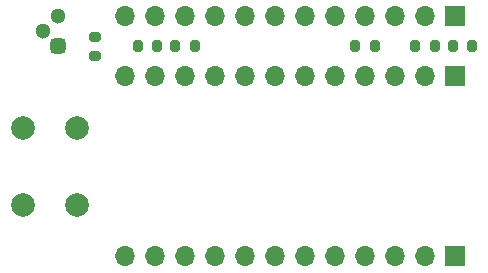
<source format=gbr>
%TF.GenerationSoftware,KiCad,Pcbnew,7.0.6*%
%TF.CreationDate,2023-10-13T00:14:17-07:00*%
%TF.ProjectId,SAL-FP_Keyboard-LogicBoard,53414c2d-4650-45f4-9b65-79626f617264,rev?*%
%TF.SameCoordinates,PXaf9e7f0PY6122b30*%
%TF.FileFunction,Soldermask,Bot*%
%TF.FilePolarity,Negative*%
%FSLAX46Y46*%
G04 Gerber Fmt 4.6, Leading zero omitted, Abs format (unit mm)*
G04 Created by KiCad (PCBNEW 7.0.6) date 2023-10-13 00:14:17*
%MOMM*%
%LPD*%
G01*
G04 APERTURE LIST*
G04 Aperture macros list*
%AMRoundRect*
0 Rectangle with rounded corners*
0 $1 Rounding radius*
0 $2 $3 $4 $5 $6 $7 $8 $9 X,Y pos of 4 corners*
0 Add a 4 corners polygon primitive as box body*
4,1,4,$2,$3,$4,$5,$6,$7,$8,$9,$2,$3,0*
0 Add four circle primitives for the rounded corners*
1,1,$1+$1,$2,$3*
1,1,$1+$1,$4,$5*
1,1,$1+$1,$6,$7*
1,1,$1+$1,$8,$9*
0 Add four rect primitives between the rounded corners*
20,1,$1+$1,$2,$3,$4,$5,0*
20,1,$1+$1,$4,$5,$6,$7,0*
20,1,$1+$1,$6,$7,$8,$9,0*
20,1,$1+$1,$8,$9,$2,$3,0*%
G04 Aperture macros list end*
%ADD10R,1.700000X1.700000*%
%ADD11O,1.700000X1.700000*%
%ADD12RoundRect,0.325000X0.325000X-0.325000X0.325000X0.325000X-0.325000X0.325000X-0.325000X-0.325000X0*%
%ADD13C,1.300000*%
%ADD14C,2.000000*%
%ADD15RoundRect,0.200000X0.275000X-0.200000X0.275000X0.200000X-0.275000X0.200000X-0.275000X-0.200000X0*%
%ADD16RoundRect,0.200000X0.200000X0.275000X-0.200000X0.275000X-0.200000X-0.275000X0.200000X-0.275000X0*%
G04 APERTURE END LIST*
D10*
%TO.C,J1*%
X-6350000Y-25146000D03*
D11*
X-8890000Y-25146000D03*
X-11430000Y-25146000D03*
X-13970000Y-25146000D03*
X-16510000Y-25146000D03*
X-19050000Y-25146000D03*
X-21590000Y-25146000D03*
X-24130000Y-25146000D03*
X-26670000Y-25146000D03*
X-29210000Y-25146000D03*
X-31750000Y-25146000D03*
X-34290000Y-25146000D03*
%TD*%
D12*
%TO.C,Q1*%
X-40005000Y-7366000D03*
D13*
X-41275000Y-6096000D03*
X-40005000Y-4826000D03*
%TD*%
D14*
%TO.C,SW1*%
X-38390000Y-14276000D03*
X-38390000Y-20776000D03*
X-42890000Y-14276000D03*
X-42890000Y-20776000D03*
%TD*%
D10*
%TO.C,J2*%
X-6350000Y-9906000D03*
D11*
X-8890000Y-9906000D03*
X-11430000Y-9906000D03*
X-13970000Y-9906000D03*
X-16510000Y-9906000D03*
X-19050000Y-9906000D03*
X-21590000Y-9906000D03*
X-24130000Y-9906000D03*
X-26670000Y-9906000D03*
X-29210000Y-9906000D03*
X-31750000Y-9906000D03*
X-34290000Y-9906000D03*
%TD*%
D10*
%TO.C,J3*%
X-6350000Y-4826000D03*
D11*
X-8890000Y-4826000D03*
X-11430000Y-4826000D03*
X-13970000Y-4826000D03*
X-16510000Y-4826000D03*
X-19050000Y-4826000D03*
X-21590000Y-4826000D03*
X-24130000Y-4826000D03*
X-26670000Y-4826000D03*
X-29210000Y-4826000D03*
X-31750000Y-4826000D03*
X-34290000Y-4826000D03*
%TD*%
D15*
%TO.C,R1*%
X-36830000Y-8191000D03*
X-36830000Y-6541000D03*
%TD*%
D16*
%TO.C,R5*%
X-4890000Y-7366000D03*
X-6540000Y-7366000D03*
%TD*%
%TO.C,R6*%
X-8065000Y-7366000D03*
X-9715000Y-7366000D03*
%TD*%
%TO.C,R2*%
X-31560000Y-7366000D03*
X-33210000Y-7366000D03*
%TD*%
%TO.C,R3*%
X-28385000Y-7366000D03*
X-30035000Y-7366000D03*
%TD*%
%TO.C,R4*%
X-13145000Y-7366000D03*
X-14795000Y-7366000D03*
%TD*%
M02*

</source>
